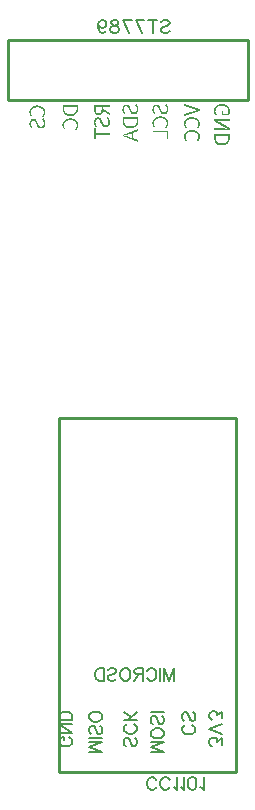
<source format=gbo>
G04 Layer: BottomSilkscreenLayer*
G04 EasyEDA v6.5.40, 2024-04-09 13:00:43*
G04 4b3d86a6f5cb4bb8bf6c6708de4b4b48,df7e7e3c38a3447abd37b529b333d242,10*
G04 Gerber Generator version 0.2*
G04 Scale: 100 percent, Rotated: No, Reflected: No *
G04 Dimensions in millimeters *
G04 leading zeros omitted , absolute positions ,4 integer and 5 decimal *
%FSLAX45Y45*%
%MOMM*%

%ADD10C,0.1524*%
%ADD11C,0.1520*%
%ADD12C,0.2540*%

%LPD*%
G36*
X3159252Y7962646D02*
G01*
X3159252Y7947152D01*
X3268472Y7914182D01*
X3274060Y7912353D01*
X3274060Y7911592D01*
X3159252Y7877302D01*
X3159252Y7862316D01*
X3289300Y7903972D01*
X3289300Y7920736D01*
G37*
G36*
X3224276Y7853680D02*
G01*
X3216605Y7853375D01*
X3209340Y7852562D01*
X3202482Y7851190D01*
X3196031Y7849362D01*
X3190036Y7847025D01*
X3184499Y7844231D01*
X3179368Y7841030D01*
X3174796Y7837373D01*
X3170631Y7833359D01*
X3167024Y7828991D01*
X3163925Y7824317D01*
X3161385Y7819288D01*
X3159353Y7813954D01*
X3157880Y7808417D01*
X3157016Y7802575D01*
X3156712Y7796530D01*
X3157067Y7790789D01*
X3158083Y7785404D01*
X3159607Y7780375D01*
X3161690Y7775752D01*
X3164078Y7771485D01*
X3166770Y7767624D01*
X3169716Y7764221D01*
X3172714Y7761224D01*
X3182366Y7769352D01*
X3177184Y7774736D01*
X3173272Y7780985D01*
X3170783Y7788198D01*
X3169920Y7796275D01*
X3170326Y7802422D01*
X3171596Y7808214D01*
X3173679Y7813598D01*
X3176473Y7818475D01*
X3180080Y7822946D01*
X3184347Y7826908D01*
X3189376Y7830312D01*
X3195015Y7833156D01*
X3201314Y7835442D01*
X3208223Y7837068D01*
X3215741Y7838084D01*
X3223768Y7838440D01*
X3231946Y7838135D01*
X3239566Y7837119D01*
X3246577Y7835544D01*
X3253028Y7833359D01*
X3258769Y7830566D01*
X3263849Y7827213D01*
X3268268Y7823352D01*
X3271926Y7818983D01*
X3274822Y7814106D01*
X3276904Y7808772D01*
X3278174Y7802981D01*
X3278632Y7796784D01*
X3277666Y7787944D01*
X3274771Y7779969D01*
X3270046Y7772755D01*
X3263646Y7766050D01*
X3273044Y7757922D01*
X3277209Y7761833D01*
X3280867Y7766050D01*
X3284067Y7770520D01*
X3286709Y7775244D01*
X3288792Y7780324D01*
X3290315Y7785709D01*
X3291281Y7791450D01*
X3291586Y7797546D01*
X3291281Y7803489D01*
X3290417Y7809230D01*
X3288995Y7814716D01*
X3287014Y7819948D01*
X3284474Y7824876D01*
X3281426Y7829499D01*
X3277819Y7833766D01*
X3273755Y7837728D01*
X3269183Y7841284D01*
X3264103Y7844434D01*
X3258565Y7847177D01*
X3252571Y7849463D01*
X3246120Y7851241D01*
X3239262Y7852613D01*
X3231997Y7853425D01*
G37*
G36*
X3224276Y7746238D02*
G01*
X3216605Y7745984D01*
X3209340Y7745120D01*
X3202482Y7743799D01*
X3196031Y7741970D01*
X3190036Y7739634D01*
X3184499Y7736840D01*
X3179368Y7733639D01*
X3174796Y7730032D01*
X3170631Y7726070D01*
X3167024Y7721701D01*
X3163925Y7716977D01*
X3161385Y7711948D01*
X3159353Y7706614D01*
X3157880Y7701025D01*
X3157016Y7695184D01*
X3156712Y7689088D01*
X3157067Y7683347D01*
X3158083Y7677962D01*
X3159607Y7672933D01*
X3161690Y7668310D01*
X3164078Y7664043D01*
X3166770Y7660182D01*
X3169716Y7656779D01*
X3172714Y7653781D01*
X3182366Y7661909D01*
X3177184Y7667345D01*
X3173272Y7673644D01*
X3170783Y7680858D01*
X3169920Y7688834D01*
X3170326Y7694980D01*
X3171596Y7700772D01*
X3173679Y7706156D01*
X3176473Y7711033D01*
X3180080Y7715503D01*
X3184347Y7719415D01*
X3189376Y7722870D01*
X3195015Y7725714D01*
X3201314Y7728000D01*
X3208223Y7729626D01*
X3215741Y7730642D01*
X3223768Y7730998D01*
X3231946Y7730693D01*
X3239566Y7729677D01*
X3246577Y7728102D01*
X3253028Y7725918D01*
X3258769Y7723124D01*
X3263849Y7719771D01*
X3268268Y7715910D01*
X3271926Y7711541D01*
X3274822Y7706664D01*
X3276904Y7701330D01*
X3278174Y7695539D01*
X3278632Y7689342D01*
X3277666Y7680502D01*
X3274771Y7672527D01*
X3270046Y7665313D01*
X3263646Y7658608D01*
X3273044Y7650480D01*
X3277209Y7654391D01*
X3280867Y7658608D01*
X3284067Y7663078D01*
X3286709Y7667802D01*
X3288792Y7672882D01*
X3290315Y7678267D01*
X3291281Y7684008D01*
X3291586Y7690103D01*
X3291281Y7696047D01*
X3290417Y7701788D01*
X3288995Y7707274D01*
X3287014Y7712506D01*
X3284474Y7717434D01*
X3281426Y7722057D01*
X3277819Y7726324D01*
X3273755Y7730286D01*
X3269183Y7733842D01*
X3264103Y7736992D01*
X3258565Y7739735D01*
X3252571Y7742021D01*
X3246120Y7743799D01*
X3239262Y7745171D01*
X3231997Y7745984D01*
G37*
G36*
X3478276Y7965186D02*
G01*
X3470605Y7964881D01*
X3463340Y7964068D01*
X3456482Y7962646D01*
X3450031Y7960766D01*
X3444036Y7958378D01*
X3438499Y7955483D01*
X3433368Y7952181D01*
X3428796Y7948472D01*
X3424631Y7944307D01*
X3421024Y7939786D01*
X3417925Y7934909D01*
X3415385Y7929727D01*
X3413353Y7924190D01*
X3411880Y7918399D01*
X3411016Y7912303D01*
X3410712Y7906003D01*
X3411067Y7899603D01*
X3412134Y7893761D01*
X3413760Y7888376D01*
X3415842Y7883550D01*
X3418281Y7879181D01*
X3420973Y7875320D01*
X3423818Y7871917D01*
X3426714Y7868920D01*
X3436365Y7877048D01*
X3431438Y7882432D01*
X3427476Y7888833D01*
X3424885Y7896504D01*
X3423920Y7905750D01*
X3424326Y7912252D01*
X3425596Y7918348D01*
X3427679Y7924038D01*
X3430473Y7929168D01*
X3434079Y7933842D01*
X3438347Y7937957D01*
X3443376Y7941513D01*
X3449015Y7944459D01*
X3455314Y7946847D01*
X3462223Y7948523D01*
X3469741Y7949590D01*
X3477768Y7949946D01*
X3485946Y7949590D01*
X3493566Y7948625D01*
X3500577Y7946999D01*
X3507028Y7944764D01*
X3512769Y7941868D01*
X3517849Y7938414D01*
X3522268Y7934350D01*
X3525926Y7929727D01*
X3528822Y7924546D01*
X3530904Y7918805D01*
X3532174Y7912557D01*
X3532632Y7905750D01*
X3532073Y7898485D01*
X3530447Y7891729D01*
X3527907Y7885836D01*
X3524504Y7881112D01*
X3488944Y7881112D01*
X3488944Y7909306D01*
X3476751Y7909306D01*
X3476751Y7867396D01*
X3530600Y7867396D01*
X3533800Y7870799D01*
X3536696Y7874711D01*
X3539236Y7879080D01*
X3541420Y7883855D01*
X3543198Y7889087D01*
X3544519Y7894726D01*
X3545332Y7900720D01*
X3545586Y7907020D01*
X3545281Y7913268D01*
X3544417Y7919313D01*
X3542995Y7925003D01*
X3541014Y7930489D01*
X3538474Y7935569D01*
X3535426Y7940395D01*
X3531819Y7944815D01*
X3527755Y7948879D01*
X3523183Y7952536D01*
X3518103Y7955737D01*
X3512565Y7958531D01*
X3506571Y7960868D01*
X3500120Y7962747D01*
X3493262Y7964068D01*
X3485997Y7964931D01*
G37*
G36*
X3413251Y7835900D02*
G01*
X3413251Y7820659D01*
X3497326Y7771384D01*
X3523996Y7757414D01*
X3523996Y7756652D01*
X3493668Y7758277D01*
X3483610Y7758430D01*
X3413251Y7758430D01*
X3413251Y7744459D01*
X3543300Y7744459D01*
X3543300Y7759700D01*
X3458972Y7808722D01*
X3432301Y7822946D01*
X3432301Y7823708D01*
X3456889Y7822285D01*
X3466896Y7821980D01*
X3543300Y7821930D01*
X3543300Y7835900D01*
G37*
G36*
X3413251Y7708138D02*
G01*
X3413251Y7693406D01*
X3531108Y7693406D01*
X3531108Y7677403D01*
X3530854Y7671663D01*
X3530193Y7666329D01*
X3529025Y7661351D01*
X3527450Y7656779D01*
X3525418Y7652562D01*
X3522979Y7648702D01*
X3520135Y7645196D01*
X3516934Y7642098D01*
X3513277Y7639354D01*
X3509264Y7636967D01*
X3504895Y7634986D01*
X3500120Y7633309D01*
X3495040Y7632039D01*
X3489604Y7631125D01*
X3483864Y7630617D01*
X3477768Y7630414D01*
X3471672Y7630617D01*
X3465931Y7631125D01*
X3460546Y7632039D01*
X3455517Y7633309D01*
X3450844Y7634986D01*
X3446526Y7636967D01*
X3442563Y7639354D01*
X3439007Y7642098D01*
X3435807Y7645196D01*
X3433064Y7648702D01*
X3430676Y7652562D01*
X3428746Y7656779D01*
X3427171Y7661351D01*
X3426104Y7666329D01*
X3425393Y7671663D01*
X3425190Y7677403D01*
X3425190Y7693406D01*
X3413251Y7693406D01*
X3413251Y7676134D01*
X3413506Y7668869D01*
X3414369Y7662062D01*
X3415690Y7655712D01*
X3417570Y7649819D01*
X3419957Y7644384D01*
X3422904Y7639405D01*
X3426307Y7634884D01*
X3430168Y7630820D01*
X3434537Y7627213D01*
X3439363Y7624114D01*
X3444697Y7621473D01*
X3450437Y7619288D01*
X3456635Y7617612D01*
X3463239Y7616393D01*
X3470300Y7615681D01*
X3477768Y7615428D01*
X3485235Y7615681D01*
X3492347Y7616393D01*
X3499002Y7617612D01*
X3505250Y7619288D01*
X3511092Y7621473D01*
X3516477Y7624114D01*
X3521405Y7627213D01*
X3525875Y7630769D01*
X3529837Y7634782D01*
X3533343Y7639253D01*
X3536340Y7644231D01*
X3538829Y7649616D01*
X3540760Y7655458D01*
X3542182Y7661757D01*
X3542995Y7668463D01*
X3543300Y7675625D01*
X3543300Y7708138D01*
G37*
G36*
X3005582Y7966964D02*
G01*
X2995422Y7958074D01*
X2999028Y7954365D01*
X3002280Y7950403D01*
X3005124Y7946136D01*
X3007461Y7941614D01*
X3009392Y7936890D01*
X3010763Y7932013D01*
X3011627Y7926933D01*
X3011932Y7921752D01*
X3011525Y7915402D01*
X3010306Y7909763D01*
X3008325Y7904835D01*
X3005734Y7900720D01*
X3002432Y7897418D01*
X2998622Y7895031D01*
X2994355Y7893558D01*
X2989580Y7893050D01*
X2984703Y7893507D01*
X2980588Y7894777D01*
X2977184Y7896859D01*
X2974289Y7899552D01*
X2971800Y7902854D01*
X2969564Y7906664D01*
X2965450Y7915402D01*
X2954985Y7938770D01*
X2952445Y7943342D01*
X2949397Y7947812D01*
X2945790Y7951876D01*
X2941523Y7955381D01*
X2936544Y7958175D01*
X2930702Y7959953D01*
X2924048Y7960614D01*
X2919222Y7960258D01*
X2914650Y7959242D01*
X2910382Y7957616D01*
X2906420Y7955330D01*
X2902813Y7952536D01*
X2899613Y7949234D01*
X2896819Y7945424D01*
X2894431Y7941157D01*
X2892552Y7936484D01*
X2891180Y7931505D01*
X2890316Y7926120D01*
X2890012Y7920481D01*
X2890316Y7914690D01*
X2891180Y7909153D01*
X2892602Y7903921D01*
X2894482Y7898993D01*
X2896819Y7894370D01*
X2899562Y7890103D01*
X2902610Y7886192D01*
X2906014Y7882636D01*
X2915666Y7890509D01*
X2910484Y7896758D01*
X2906572Y7903768D01*
X2904083Y7911642D01*
X2903220Y7920481D01*
X2903575Y7925917D01*
X2904591Y7930845D01*
X2906268Y7935112D01*
X2908554Y7938770D01*
X2911398Y7941665D01*
X2914802Y7943850D01*
X2918663Y7945170D01*
X2923032Y7945628D01*
X2931617Y7943646D01*
X2937764Y7938566D01*
X2942183Y7931607D01*
X2945638Y7924038D01*
X2953512Y7905242D01*
X2956102Y7899755D01*
X2959049Y7894675D01*
X2962351Y7890052D01*
X2966161Y7886039D01*
X2970631Y7882686D01*
X2975762Y7880197D01*
X2981706Y7878622D01*
X2988564Y7878064D01*
X2993542Y7878419D01*
X2998317Y7879435D01*
X3002788Y7881162D01*
X3007004Y7883448D01*
X3010865Y7886395D01*
X3014370Y7889951D01*
X3017418Y7894015D01*
X3020009Y7898638D01*
X3022092Y7903768D01*
X3023616Y7909407D01*
X3024581Y7915503D01*
X3024886Y7922006D01*
X3024530Y7928711D01*
X3023565Y7935163D01*
X3021939Y7941309D01*
X3019704Y7947152D01*
X3016961Y7952638D01*
X3013659Y7957820D01*
X3009849Y7962595D01*
G37*
G36*
X2957576Y7859775D02*
G01*
X2949905Y7859522D01*
X2942640Y7858658D01*
X2935782Y7857337D01*
X2929331Y7855508D01*
X2923336Y7853172D01*
X2917799Y7850428D01*
X2912668Y7847228D01*
X2908096Y7843621D01*
X2903931Y7839608D01*
X2900324Y7835290D01*
X2897225Y7830616D01*
X2894685Y7825587D01*
X2892653Y7820304D01*
X2891180Y7814716D01*
X2890316Y7808925D01*
X2890012Y7802880D01*
X2890367Y7797088D01*
X2891383Y7791653D01*
X2892907Y7786624D01*
X2894990Y7781950D01*
X2897378Y7777683D01*
X2900070Y7773822D01*
X2903016Y7770368D01*
X2906014Y7767320D01*
X2915666Y7775448D01*
X2910484Y7780985D01*
X2906572Y7787335D01*
X2904083Y7794498D01*
X2903220Y7802625D01*
X2903626Y7808772D01*
X2904896Y7814564D01*
X2906979Y7819948D01*
X2909773Y7824825D01*
X2913380Y7829296D01*
X2917647Y7833258D01*
X2922676Y7836662D01*
X2928315Y7839506D01*
X2934614Y7841792D01*
X2941523Y7843418D01*
X2949041Y7844434D01*
X2957068Y7844790D01*
X2965246Y7844485D01*
X2972866Y7843469D01*
X2979877Y7841894D01*
X2986328Y7839709D01*
X2992069Y7836916D01*
X2997149Y7833563D01*
X3001568Y7829702D01*
X3005226Y7825333D01*
X3008122Y7820456D01*
X3010204Y7815122D01*
X3011474Y7809331D01*
X3011932Y7803134D01*
X3010966Y7794193D01*
X3008071Y7786268D01*
X3003346Y7779054D01*
X2996946Y7772400D01*
X3006344Y7764272D01*
X3010509Y7768183D01*
X3014167Y7772349D01*
X3017367Y7776768D01*
X3020009Y7781493D01*
X3022092Y7786573D01*
X3023616Y7791958D01*
X3024581Y7797749D01*
X3024886Y7803896D01*
X3024581Y7809839D01*
X3023717Y7815580D01*
X3022295Y7821015D01*
X3020314Y7826248D01*
X3017774Y7831175D01*
X3014726Y7835747D01*
X3011119Y7840014D01*
X3007055Y7843926D01*
X3002483Y7847482D01*
X2997403Y7850581D01*
X2991866Y7853324D01*
X2985871Y7855559D01*
X2979420Y7857388D01*
X2972562Y7858709D01*
X2965297Y7859522D01*
G37*
G36*
X2892552Y7739380D02*
G01*
X2892552Y7724648D01*
X3010154Y7724648D01*
X3010154Y7667244D01*
X3022600Y7667244D01*
X3022600Y7739380D01*
G37*
G36*
X2751582Y7966964D02*
G01*
X2741422Y7958074D01*
X2745028Y7954365D01*
X2748280Y7950403D01*
X2751124Y7946136D01*
X2753461Y7941614D01*
X2755392Y7936890D01*
X2756763Y7932013D01*
X2757627Y7926933D01*
X2757932Y7921752D01*
X2757525Y7915402D01*
X2756306Y7909763D01*
X2754325Y7904835D01*
X2751734Y7900720D01*
X2748432Y7897418D01*
X2744622Y7895031D01*
X2740355Y7893558D01*
X2735580Y7893050D01*
X2730703Y7893507D01*
X2726588Y7894777D01*
X2723184Y7896859D01*
X2720289Y7899552D01*
X2717800Y7902854D01*
X2715564Y7906664D01*
X2711450Y7915402D01*
X2700985Y7938770D01*
X2698445Y7943342D01*
X2695397Y7947812D01*
X2691790Y7951876D01*
X2687523Y7955381D01*
X2682544Y7958175D01*
X2676702Y7959953D01*
X2670048Y7960614D01*
X2665222Y7960258D01*
X2660650Y7959242D01*
X2656382Y7957616D01*
X2652420Y7955330D01*
X2648813Y7952536D01*
X2645613Y7949234D01*
X2642819Y7945424D01*
X2640431Y7941157D01*
X2638552Y7936484D01*
X2637180Y7931505D01*
X2636316Y7926120D01*
X2636012Y7920481D01*
X2636316Y7914690D01*
X2637180Y7909153D01*
X2638602Y7903921D01*
X2640482Y7898993D01*
X2642819Y7894370D01*
X2645562Y7890103D01*
X2648610Y7886192D01*
X2652014Y7882636D01*
X2661666Y7890509D01*
X2656484Y7896758D01*
X2652572Y7903768D01*
X2650083Y7911642D01*
X2649220Y7920481D01*
X2649575Y7925917D01*
X2650591Y7930845D01*
X2652268Y7935112D01*
X2654554Y7938770D01*
X2657398Y7941665D01*
X2660802Y7943850D01*
X2664663Y7945170D01*
X2669032Y7945628D01*
X2677617Y7943646D01*
X2683764Y7938566D01*
X2688183Y7931607D01*
X2691638Y7924038D01*
X2699512Y7905242D01*
X2702102Y7899755D01*
X2705049Y7894675D01*
X2708351Y7890052D01*
X2712161Y7886039D01*
X2716631Y7882686D01*
X2721762Y7880197D01*
X2727706Y7878622D01*
X2734564Y7878064D01*
X2739542Y7878419D01*
X2744317Y7879435D01*
X2748788Y7881162D01*
X2753004Y7883448D01*
X2756865Y7886395D01*
X2760370Y7889951D01*
X2763418Y7894015D01*
X2766009Y7898638D01*
X2768092Y7903768D01*
X2769616Y7909407D01*
X2770581Y7915503D01*
X2770886Y7922006D01*
X2770530Y7928711D01*
X2769565Y7935163D01*
X2767939Y7941309D01*
X2765704Y7947152D01*
X2762961Y7952638D01*
X2759659Y7957820D01*
X2755849Y7962595D01*
G37*
G36*
X2638552Y7852156D02*
G01*
X2638552Y7837424D01*
X2756408Y7837424D01*
X2756408Y7821422D01*
X2756154Y7815681D01*
X2755493Y7810347D01*
X2754325Y7805369D01*
X2752750Y7800797D01*
X2750718Y7796580D01*
X2748280Y7792720D01*
X2745435Y7789214D01*
X2742234Y7786116D01*
X2738577Y7783372D01*
X2734564Y7780985D01*
X2730195Y7779003D01*
X2725420Y7777327D01*
X2720340Y7776057D01*
X2714904Y7775143D01*
X2709164Y7774635D01*
X2703068Y7774431D01*
X2696972Y7774635D01*
X2691231Y7775143D01*
X2685846Y7776057D01*
X2680817Y7777327D01*
X2676144Y7779003D01*
X2671826Y7780985D01*
X2667863Y7783372D01*
X2664307Y7786116D01*
X2661107Y7789214D01*
X2658364Y7792720D01*
X2655976Y7796580D01*
X2654046Y7800797D01*
X2652471Y7805369D01*
X2651404Y7810347D01*
X2650693Y7815681D01*
X2650490Y7821422D01*
X2650490Y7837424D01*
X2638552Y7837424D01*
X2638552Y7820152D01*
X2638806Y7812887D01*
X2639669Y7806080D01*
X2640990Y7799730D01*
X2642870Y7793837D01*
X2645257Y7788402D01*
X2648204Y7783423D01*
X2651607Y7778902D01*
X2655468Y7774838D01*
X2659837Y7771231D01*
X2664663Y7768132D01*
X2669997Y7765491D01*
X2675737Y7763306D01*
X2681935Y7761630D01*
X2688539Y7760411D01*
X2695600Y7759700D01*
X2703068Y7759446D01*
X2710535Y7759700D01*
X2717647Y7760411D01*
X2724302Y7761630D01*
X2730550Y7763306D01*
X2736392Y7765491D01*
X2741777Y7768132D01*
X2746705Y7771231D01*
X2751175Y7774787D01*
X2755138Y7778800D01*
X2758643Y7783271D01*
X2761640Y7788249D01*
X2764129Y7793634D01*
X2766060Y7799476D01*
X2767482Y7805775D01*
X2768295Y7812481D01*
X2768600Y7819644D01*
X2768600Y7852156D01*
G37*
G36*
X2768600Y7750048D02*
G01*
X2638552Y7705598D01*
X2638552Y7697470D01*
X2650744Y7697470D01*
X2650744Y7697978D01*
X2672994Y7704531D01*
X2716022Y7718044D01*
X2716022Y7677150D01*
X2694686Y7683753D01*
X2672892Y7690815D01*
X2650744Y7697470D01*
X2638552Y7697470D01*
X2638552Y7689342D01*
X2768600Y7644638D01*
X2768600Y7660386D01*
X2727452Y7673340D01*
X2727452Y7721853D01*
X2768600Y7735316D01*
G37*
G36*
X2397252Y7957566D02*
G01*
X2397252Y7942580D01*
X2458974Y7942580D01*
X2458974Y7919974D01*
X2458567Y7912506D01*
X2457399Y7906003D01*
X2455418Y7900416D01*
X2452624Y7895793D01*
X2449017Y7892186D01*
X2444597Y7889595D01*
X2439365Y7887970D01*
X2433320Y7887462D01*
X2427173Y7887970D01*
X2421991Y7889595D01*
X2417775Y7892186D01*
X2414473Y7895793D01*
X2411984Y7900416D01*
X2410256Y7906003D01*
X2409240Y7912506D01*
X2408936Y7919974D01*
X2408936Y7942580D01*
X2397252Y7942580D01*
X2397252Y7917688D01*
X2397455Y7911236D01*
X2398064Y7905191D01*
X2399131Y7899501D01*
X2400655Y7894269D01*
X2402738Y7889544D01*
X2405278Y7885277D01*
X2408428Y7881620D01*
X2412136Y7878521D01*
X2416454Y7876031D01*
X2421382Y7874203D01*
X2427020Y7873085D01*
X2433320Y7872730D01*
X2440533Y7873288D01*
X2446985Y7874863D01*
X2452674Y7877454D01*
X2457602Y7881010D01*
X2461717Y7885379D01*
X2465120Y7890509D01*
X2467762Y7896402D01*
X2469642Y7902956D01*
X2527300Y7869174D01*
X2527300Y7885938D01*
X2471166Y7918450D01*
X2471166Y7942580D01*
X2527300Y7942580D01*
X2527300Y7957566D01*
G37*
G36*
X2510282Y7858252D02*
G01*
X2500122Y7849362D01*
X2503728Y7845653D01*
X2506980Y7841640D01*
X2509824Y7837322D01*
X2512161Y7832801D01*
X2514092Y7828025D01*
X2515463Y7823098D01*
X2516327Y7817967D01*
X2516632Y7812786D01*
X2516225Y7806436D01*
X2515006Y7800848D01*
X2513025Y7795971D01*
X2510434Y7791907D01*
X2507132Y7788656D01*
X2503322Y7786268D01*
X2499055Y7784846D01*
X2494280Y7784338D01*
X2489403Y7784795D01*
X2485288Y7786065D01*
X2481884Y7788046D01*
X2478989Y7790738D01*
X2476500Y7793990D01*
X2474264Y7797749D01*
X2470150Y7806436D01*
X2459685Y7830058D01*
X2457145Y7834630D01*
X2454097Y7839100D01*
X2450490Y7843164D01*
X2446223Y7846669D01*
X2441244Y7849463D01*
X2435402Y7851241D01*
X2428748Y7851902D01*
X2423922Y7851546D01*
X2419350Y7850530D01*
X2415082Y7848904D01*
X2411120Y7846618D01*
X2407513Y7843824D01*
X2404313Y7840522D01*
X2401519Y7836712D01*
X2399131Y7832445D01*
X2397252Y7827772D01*
X2395880Y7822793D01*
X2395016Y7817408D01*
X2394712Y7811770D01*
X2395016Y7805978D01*
X2395880Y7800441D01*
X2397302Y7795158D01*
X2399182Y7790129D01*
X2401519Y7785455D01*
X2404262Y7781137D01*
X2407310Y7777225D01*
X2410714Y7773670D01*
X2420366Y7781544D01*
X2415184Y7787944D01*
X2411272Y7795056D01*
X2408783Y7802930D01*
X2407920Y7811770D01*
X2408275Y7817154D01*
X2409291Y7822031D01*
X2410968Y7826298D01*
X2413254Y7829956D01*
X2416098Y7832902D01*
X2419502Y7835087D01*
X2423363Y7836458D01*
X2427732Y7836916D01*
X2436317Y7834934D01*
X2442464Y7829854D01*
X2446883Y7822895D01*
X2450338Y7815325D01*
X2458212Y7796275D01*
X2460802Y7790891D01*
X2463749Y7785862D01*
X2467051Y7781290D01*
X2470861Y7777276D01*
X2475331Y7773974D01*
X2480462Y7771485D01*
X2486406Y7769910D01*
X2493264Y7769352D01*
X2498242Y7769707D01*
X2503017Y7770723D01*
X2507488Y7772450D01*
X2511704Y7774736D01*
X2515565Y7777683D01*
X2519070Y7781188D01*
X2522118Y7785252D01*
X2524709Y7789875D01*
X2526792Y7794955D01*
X2528316Y7800543D01*
X2529281Y7806588D01*
X2529586Y7813040D01*
X2529230Y7819847D01*
X2528265Y7826349D01*
X2526639Y7832547D01*
X2524404Y7838389D01*
X2521661Y7843926D01*
X2518359Y7849057D01*
X2514549Y7853883D01*
G37*
G36*
X2397252Y7759700D02*
G01*
X2397252Y7665466D01*
X2409698Y7665466D01*
X2409698Y7705090D01*
X2527300Y7705090D01*
X2527300Y7720075D01*
X2409698Y7720075D01*
X2409698Y7759700D01*
G37*
G36*
X2130552Y7957566D02*
G01*
X2130552Y7942580D01*
X2248408Y7942580D01*
X2248408Y7926578D01*
X2248154Y7920837D01*
X2247493Y7915503D01*
X2246325Y7910575D01*
X2244750Y7906003D01*
X2242718Y7901787D01*
X2240280Y7897926D01*
X2237435Y7894472D01*
X2234234Y7891373D01*
X2230577Y7888681D01*
X2226564Y7886344D01*
X2222195Y7884363D01*
X2217420Y7882737D01*
X2212340Y7881467D01*
X2206904Y7880553D01*
X2201164Y7880045D01*
X2195068Y7879842D01*
X2188972Y7880045D01*
X2183231Y7880553D01*
X2177846Y7881467D01*
X2172817Y7882737D01*
X2168144Y7884363D01*
X2163826Y7886344D01*
X2159863Y7888681D01*
X2156307Y7891373D01*
X2153107Y7894472D01*
X2150364Y7897926D01*
X2147976Y7901787D01*
X2146046Y7906003D01*
X2144471Y7910575D01*
X2143404Y7915503D01*
X2142693Y7920837D01*
X2142490Y7926578D01*
X2142490Y7942580D01*
X2130552Y7942580D01*
X2130552Y7925562D01*
X2130806Y7918246D01*
X2131669Y7911439D01*
X2132990Y7905038D01*
X2134870Y7899095D01*
X2137257Y7893659D01*
X2140204Y7888630D01*
X2143607Y7884109D01*
X2147468Y7880045D01*
X2151837Y7876438D01*
X2156663Y7873288D01*
X2161997Y7870647D01*
X2167737Y7868462D01*
X2173935Y7866786D01*
X2180539Y7865567D01*
X2187600Y7864856D01*
X2195068Y7864602D01*
X2202535Y7864856D01*
X2209647Y7865567D01*
X2216302Y7866786D01*
X2222550Y7868462D01*
X2228392Y7870647D01*
X2233777Y7873288D01*
X2238705Y7876387D01*
X2243175Y7879994D01*
X2247138Y7884007D01*
X2250643Y7888528D01*
X2253640Y7893456D01*
X2256129Y7898892D01*
X2258060Y7904784D01*
X2259482Y7911084D01*
X2260295Y7917840D01*
X2260600Y7925053D01*
X2260600Y7957566D01*
G37*
G36*
X2195576Y7843774D02*
G01*
X2187905Y7843469D01*
X2180640Y7842656D01*
X2173782Y7841284D01*
X2167331Y7839456D01*
X2161336Y7837119D01*
X2155799Y7834325D01*
X2150668Y7831124D01*
X2146096Y7827467D01*
X2141931Y7823453D01*
X2138324Y7819085D01*
X2135225Y7814411D01*
X2132685Y7809382D01*
X2130653Y7804048D01*
X2129180Y7798511D01*
X2128316Y7792669D01*
X2128012Y7786624D01*
X2128367Y7780883D01*
X2129383Y7775498D01*
X2130907Y7770469D01*
X2132990Y7765846D01*
X2135378Y7761579D01*
X2138070Y7757718D01*
X2141016Y7754315D01*
X2144014Y7751318D01*
X2153666Y7759446D01*
X2148484Y7764830D01*
X2144572Y7771079D01*
X2142083Y7778292D01*
X2141220Y7786370D01*
X2141626Y7792516D01*
X2142896Y7798308D01*
X2144979Y7803692D01*
X2147773Y7808569D01*
X2151380Y7813040D01*
X2155647Y7817002D01*
X2160676Y7820406D01*
X2166315Y7823250D01*
X2172614Y7825536D01*
X2179523Y7827162D01*
X2187041Y7828178D01*
X2195068Y7828534D01*
X2203246Y7828229D01*
X2210866Y7827213D01*
X2217877Y7825638D01*
X2224328Y7823453D01*
X2230069Y7820659D01*
X2235149Y7817307D01*
X2239568Y7813446D01*
X2243226Y7809077D01*
X2246122Y7804200D01*
X2248204Y7798866D01*
X2249474Y7793075D01*
X2249932Y7786878D01*
X2248966Y7778038D01*
X2246071Y7770063D01*
X2241346Y7762849D01*
X2234946Y7756144D01*
X2244344Y7748016D01*
X2248509Y7751927D01*
X2252167Y7756144D01*
X2255367Y7760614D01*
X2258009Y7765338D01*
X2260092Y7770418D01*
X2261616Y7775803D01*
X2262581Y7781544D01*
X2262886Y7787640D01*
X2262581Y7793583D01*
X2261717Y7799324D01*
X2260295Y7804810D01*
X2258314Y7810042D01*
X2255774Y7814970D01*
X2252726Y7819593D01*
X2249119Y7823860D01*
X2245055Y7827822D01*
X2240483Y7831378D01*
X2235403Y7834528D01*
X2229866Y7837271D01*
X2223871Y7839557D01*
X2217420Y7841335D01*
X2210562Y7842707D01*
X2203297Y7843520D01*
G37*
G36*
X1916175Y7952486D02*
G01*
X1908505Y7952231D01*
X1901240Y7951368D01*
X1894382Y7950047D01*
X1887931Y7948218D01*
X1881936Y7945881D01*
X1876399Y7943088D01*
X1871268Y7939887D01*
X1866696Y7936280D01*
X1862531Y7932318D01*
X1858924Y7927949D01*
X1855825Y7923225D01*
X1853285Y7918196D01*
X1851253Y7912862D01*
X1849780Y7907274D01*
X1848916Y7901431D01*
X1848612Y7895336D01*
X1848967Y7889595D01*
X1849983Y7884210D01*
X1851507Y7879181D01*
X1853539Y7874558D01*
X1855978Y7870291D01*
X1858670Y7866430D01*
X1861616Y7863027D01*
X1864614Y7860030D01*
X1874266Y7868158D01*
X1869084Y7873593D01*
X1865172Y7879892D01*
X1862683Y7887106D01*
X1861820Y7895081D01*
X1862226Y7901228D01*
X1863496Y7907020D01*
X1865579Y7912404D01*
X1868373Y7917281D01*
X1871980Y7921752D01*
X1876247Y7925663D01*
X1881276Y7929118D01*
X1886915Y7931962D01*
X1893214Y7934248D01*
X1900123Y7935874D01*
X1907641Y7936890D01*
X1915668Y7937246D01*
X1923846Y7936941D01*
X1931466Y7935925D01*
X1938477Y7934350D01*
X1944928Y7932166D01*
X1950669Y7929372D01*
X1955749Y7926019D01*
X1960168Y7922158D01*
X1963826Y7917789D01*
X1966722Y7912912D01*
X1968804Y7907578D01*
X1970074Y7901787D01*
X1970532Y7895590D01*
X1969566Y7886750D01*
X1966671Y7878775D01*
X1961946Y7871561D01*
X1955546Y7864856D01*
X1964943Y7856728D01*
X1969109Y7860639D01*
X1972767Y7864856D01*
X1975967Y7869326D01*
X1978609Y7874050D01*
X1980692Y7879130D01*
X1982216Y7884515D01*
X1983181Y7890256D01*
X1983486Y7896352D01*
X1983181Y7902295D01*
X1982317Y7908036D01*
X1980895Y7913522D01*
X1978914Y7918754D01*
X1976374Y7923682D01*
X1973325Y7928305D01*
X1969719Y7932572D01*
X1965655Y7936534D01*
X1961083Y7940090D01*
X1956003Y7943240D01*
X1950466Y7945983D01*
X1944471Y7948269D01*
X1938020Y7950047D01*
X1931162Y7951419D01*
X1923897Y7952231D01*
G37*
G36*
X1964182Y7846314D02*
G01*
X1954022Y7837424D01*
X1957628Y7833715D01*
X1960880Y7829702D01*
X1963724Y7825384D01*
X1966061Y7820863D01*
X1967992Y7816088D01*
X1969363Y7811109D01*
X1970227Y7806029D01*
X1970532Y7800848D01*
X1970125Y7794498D01*
X1968906Y7788909D01*
X1966925Y7784033D01*
X1964334Y7779969D01*
X1961032Y7776718D01*
X1957222Y7774330D01*
X1952955Y7772908D01*
X1948180Y7772400D01*
X1943303Y7772857D01*
X1939188Y7774127D01*
X1935784Y7776108D01*
X1932889Y7778800D01*
X1930400Y7782052D01*
X1928164Y7785811D01*
X1924050Y7794498D01*
X1913585Y7817916D01*
X1911045Y7822590D01*
X1907997Y7827111D01*
X1904390Y7831226D01*
X1900123Y7834731D01*
X1895144Y7837525D01*
X1889302Y7839303D01*
X1882648Y7839964D01*
X1877822Y7839608D01*
X1873250Y7838592D01*
X1868982Y7836916D01*
X1865020Y7834630D01*
X1861413Y7831785D01*
X1858213Y7828432D01*
X1855419Y7824622D01*
X1853031Y7820304D01*
X1851152Y7815630D01*
X1849780Y7810601D01*
X1848916Y7805216D01*
X1848612Y7799578D01*
X1848916Y7793888D01*
X1849780Y7788402D01*
X1851202Y7783118D01*
X1853082Y7778191D01*
X1855419Y7773517D01*
X1858162Y7769199D01*
X1861210Y7765288D01*
X1864614Y7761731D01*
X1874266Y7769606D01*
X1869084Y7775956D01*
X1865172Y7782966D01*
X1862683Y7790789D01*
X1861820Y7799578D01*
X1862175Y7805064D01*
X1863191Y7809992D01*
X1864868Y7814309D01*
X1867154Y7818018D01*
X1869998Y7820964D01*
X1873402Y7823149D01*
X1877263Y7824520D01*
X1881632Y7824978D01*
X1890217Y7822996D01*
X1896364Y7817866D01*
X1900783Y7810855D01*
X1904238Y7803134D01*
X1912112Y7784338D01*
X1914702Y7778902D01*
X1917649Y7773822D01*
X1920951Y7769250D01*
X1924761Y7765237D01*
X1929231Y7761986D01*
X1934362Y7759496D01*
X1940306Y7757972D01*
X1947164Y7757414D01*
X1952142Y7757769D01*
X1956917Y7758785D01*
X1961388Y7760462D01*
X1965604Y7762748D01*
X1969465Y7765643D01*
X1972970Y7769148D01*
X1976018Y7773212D01*
X1978609Y7777784D01*
X1980692Y7782915D01*
X1982216Y7788503D01*
X1983181Y7794599D01*
X1983486Y7801102D01*
X1983130Y7807909D01*
X1982165Y7814411D01*
X1980539Y7820609D01*
X1978304Y7826451D01*
X1975561Y7831988D01*
X1972259Y7837119D01*
X1968449Y7841945D01*
G37*
D10*
X2922732Y2183937D02*
G01*
X2917535Y2173546D01*
X2907144Y2163155D01*
X2896755Y2157961D01*
X2875973Y2157961D01*
X2865582Y2163155D01*
X2855191Y2173546D01*
X2849994Y2183937D01*
X2844800Y2199525D01*
X2844800Y2225502D01*
X2849994Y2241087D01*
X2855191Y2251478D01*
X2865582Y2261870D01*
X2875973Y2267064D01*
X2896755Y2267064D01*
X2907144Y2261870D01*
X2917535Y2251478D01*
X2922732Y2241087D01*
X3034954Y2183937D02*
G01*
X3029757Y2173546D01*
X3019366Y2163155D01*
X3008975Y2157961D01*
X2988195Y2157961D01*
X2977804Y2163155D01*
X2967413Y2173546D01*
X2962216Y2183937D01*
X2957022Y2199525D01*
X2957022Y2225502D01*
X2962216Y2241087D01*
X2967413Y2251478D01*
X2977804Y2261870D01*
X2988195Y2267064D01*
X3008975Y2267064D01*
X3019366Y2261870D01*
X3029757Y2251478D01*
X3034954Y2241087D01*
X3069244Y2178743D02*
G01*
X3079635Y2173546D01*
X3095221Y2157961D01*
X3095221Y2267064D01*
X3129511Y2178743D02*
G01*
X3139902Y2173546D01*
X3155487Y2157961D01*
X3155487Y2267064D01*
X3220951Y2157961D02*
G01*
X3205365Y2163155D01*
X3194974Y2178743D01*
X3189777Y2204720D01*
X3189777Y2220305D01*
X3194974Y2246284D01*
X3205365Y2261870D01*
X3220951Y2267064D01*
X3231342Y2267064D01*
X3246927Y2261870D01*
X3257318Y2246284D01*
X3262515Y2220305D01*
X3262515Y2204720D01*
X3257318Y2178743D01*
X3246927Y2163155D01*
X3231342Y2157961D01*
X3220951Y2157961D01*
X3296805Y2178743D02*
G01*
X3307194Y2173546D01*
X3322782Y2157961D01*
X3322782Y2267064D01*
X2962564Y8659553D02*
G01*
X2972955Y8669944D01*
X2988541Y8675138D01*
X3009323Y8675138D01*
X3024908Y8669944D01*
X3035300Y8659553D01*
X3035300Y8649162D01*
X3030105Y8638771D01*
X3024908Y8633574D01*
X3014517Y8628379D01*
X2983344Y8617988D01*
X2972955Y8612794D01*
X2967758Y8607597D01*
X2962564Y8597206D01*
X2962564Y8581621D01*
X2972955Y8571229D01*
X2988541Y8566035D01*
X3009323Y8566035D01*
X3024908Y8571229D01*
X3035300Y8581621D01*
X2891904Y8675138D02*
G01*
X2891904Y8566035D01*
X2928274Y8675138D02*
G01*
X2855536Y8675138D01*
X2748511Y8675138D02*
G01*
X2800464Y8566035D01*
X2821246Y8675138D02*
G01*
X2748511Y8675138D01*
X2641485Y8675138D02*
G01*
X2693438Y8566035D01*
X2714221Y8675138D02*
G01*
X2641485Y8675138D01*
X2581216Y8675138D02*
G01*
X2596804Y8669944D01*
X2601998Y8659553D01*
X2601998Y8649162D01*
X2596804Y8638771D01*
X2586413Y8633574D01*
X2565631Y8628379D01*
X2550045Y8623185D01*
X2539654Y8612794D01*
X2534457Y8602403D01*
X2534457Y8586815D01*
X2539654Y8576424D01*
X2544848Y8571229D01*
X2560434Y8566035D01*
X2581216Y8566035D01*
X2596804Y8571229D01*
X2601998Y8576424D01*
X2607195Y8586815D01*
X2607195Y8602403D01*
X2601998Y8612794D01*
X2591607Y8623185D01*
X2576022Y8628379D01*
X2555240Y8633574D01*
X2544848Y8638771D01*
X2539654Y8649162D01*
X2539654Y8659553D01*
X2544848Y8669944D01*
X2560434Y8675138D01*
X2581216Y8675138D01*
X2432626Y8638771D02*
G01*
X2437823Y8623185D01*
X2448214Y8612794D01*
X2463800Y8607597D01*
X2468994Y8607597D01*
X2484582Y8612794D01*
X2494973Y8623185D01*
X2500167Y8638771D01*
X2500167Y8643965D01*
X2494973Y8659553D01*
X2484582Y8669944D01*
X2468994Y8675138D01*
X2463800Y8675138D01*
X2448214Y8669944D01*
X2437823Y8659553D01*
X2432626Y8638771D01*
X2432626Y8612794D01*
X2437823Y8586815D01*
X2448214Y8571229D01*
X2463800Y8566035D01*
X2474191Y8566035D01*
X2489776Y8571229D01*
X2494973Y8581621D01*
D11*
X2985515Y2476500D02*
G01*
X2876550Y2476500D01*
X2985515Y2476500D02*
G01*
X2876550Y2518155D01*
X2985515Y2559557D02*
G01*
X2876550Y2518155D01*
X2985515Y2559557D02*
G01*
X2876550Y2559557D01*
X2985515Y2625089D02*
G01*
X2980436Y2614676D01*
X2970022Y2604262D01*
X2959608Y2599181D01*
X2943859Y2593847D01*
X2917952Y2593847D01*
X2902458Y2599181D01*
X2892043Y2604262D01*
X2881629Y2614676D01*
X2876550Y2625089D01*
X2876550Y2645918D01*
X2881629Y2656331D01*
X2892043Y2666745D01*
X2902458Y2671826D01*
X2917952Y2677160D01*
X2943859Y2677160D01*
X2959608Y2671826D01*
X2970022Y2666745D01*
X2980436Y2656331D01*
X2985515Y2645918D01*
X2985515Y2625089D01*
X2970022Y2784094D02*
G01*
X2980436Y2773679D01*
X2985515Y2758186D01*
X2985515Y2737357D01*
X2980436Y2721610D01*
X2970022Y2711450D01*
X2959608Y2711450D01*
X2949193Y2716529D01*
X2943859Y2721610D01*
X2938779Y2732023D01*
X2928365Y2763265D01*
X2923286Y2773679D01*
X2917952Y2778760D01*
X2907538Y2784094D01*
X2892043Y2784094D01*
X2881629Y2773679D01*
X2876550Y2758186D01*
X2876550Y2737357D01*
X2881629Y2721610D01*
X2892043Y2711450D01*
X2985515Y2818384D02*
G01*
X2876550Y2818384D01*
X3226308Y2706878D02*
G01*
X3236722Y2701544D01*
X3247136Y2691129D01*
X3252215Y2680970D01*
X3252215Y2660142D01*
X3247136Y2649728D01*
X3236722Y2639313D01*
X3226308Y2633979D01*
X3210559Y2628900D01*
X3184652Y2628900D01*
X3169158Y2633979D01*
X3158743Y2639313D01*
X3148329Y2649728D01*
X3143250Y2660142D01*
X3143250Y2680970D01*
X3148329Y2691129D01*
X3158743Y2701544D01*
X3169158Y2706878D01*
X3236722Y2813812D02*
G01*
X3247136Y2803397D01*
X3252215Y2787904D01*
X3252215Y2767076D01*
X3247136Y2751581D01*
X3236722Y2741168D01*
X3226308Y2741168D01*
X3215893Y2746247D01*
X3210559Y2751581D01*
X3205479Y2761995D01*
X3195065Y2792984D01*
X3189986Y2803397D01*
X3184652Y2808731D01*
X3174238Y2813812D01*
X3158743Y2813812D01*
X3148329Y2803397D01*
X3143250Y2787904D01*
X3143250Y2767076D01*
X3148329Y2751581D01*
X3158743Y2741168D01*
X3480815Y2537713D02*
G01*
X3480815Y2594863D01*
X3439159Y2563621D01*
X3439159Y2579370D01*
X3434079Y2589529D01*
X3429000Y2594863D01*
X3413252Y2599944D01*
X3402838Y2599944D01*
X3387343Y2594863D01*
X3376929Y2584450D01*
X3371850Y2568955D01*
X3371850Y2553207D01*
X3376929Y2537713D01*
X3382009Y2532379D01*
X3392424Y2527300D01*
X3480815Y2634234D02*
G01*
X3371850Y2675889D01*
X3480815Y2717545D02*
G01*
X3371850Y2675889D01*
X3480815Y2762250D02*
G01*
X3480815Y2819400D01*
X3439159Y2788157D01*
X3439159Y2803652D01*
X3434079Y2814065D01*
X3429000Y2819400D01*
X3413252Y2824479D01*
X3402838Y2824479D01*
X3387343Y2819400D01*
X3376929Y2808986D01*
X3371850Y2793237D01*
X3371850Y2777744D01*
X3376929Y2762250D01*
X3382009Y2756915D01*
X3392424Y2751836D01*
X2741422Y2599944D02*
G01*
X2751836Y2589529D01*
X2756915Y2574036D01*
X2756915Y2553207D01*
X2751836Y2537713D01*
X2741422Y2527300D01*
X2731008Y2527300D01*
X2720593Y2532379D01*
X2715259Y2537713D01*
X2710179Y2548128D01*
X2699765Y2579370D01*
X2694686Y2589529D01*
X2689352Y2594863D01*
X2678938Y2599944D01*
X2663443Y2599944D01*
X2653029Y2589529D01*
X2647950Y2574036D01*
X2647950Y2553207D01*
X2653029Y2537713D01*
X2663443Y2527300D01*
X2731008Y2712212D02*
G01*
X2741422Y2707131D01*
X2751836Y2696718D01*
X2756915Y2686304D01*
X2756915Y2665476D01*
X2751836Y2655062D01*
X2741422Y2644647D01*
X2731008Y2639568D01*
X2715259Y2634234D01*
X2689352Y2634234D01*
X2673858Y2639568D01*
X2663443Y2644647D01*
X2653029Y2655062D01*
X2647950Y2665476D01*
X2647950Y2686304D01*
X2653029Y2696718D01*
X2663443Y2707131D01*
X2673858Y2712212D01*
X2756915Y2746502D02*
G01*
X2647950Y2746502D01*
X2756915Y2819400D02*
G01*
X2684272Y2746502D01*
X2710179Y2772410D02*
G01*
X2647950Y2819400D01*
X2464815Y2476500D02*
G01*
X2355850Y2476500D01*
X2464815Y2476500D02*
G01*
X2355850Y2518155D01*
X2464815Y2559557D02*
G01*
X2355850Y2518155D01*
X2464815Y2559557D02*
G01*
X2355850Y2559557D01*
X2464815Y2593847D02*
G01*
X2355850Y2593847D01*
X2449322Y2701036D02*
G01*
X2459736Y2690621D01*
X2464815Y2674873D01*
X2464815Y2654300D01*
X2459736Y2638552D01*
X2449322Y2628137D01*
X2438908Y2628137D01*
X2428493Y2633471D01*
X2423159Y2638552D01*
X2418079Y2648965D01*
X2407665Y2680207D01*
X2402586Y2690621D01*
X2397252Y2695702D01*
X2386838Y2701036D01*
X2371343Y2701036D01*
X2360929Y2690621D01*
X2355850Y2674873D01*
X2355850Y2654300D01*
X2360929Y2638552D01*
X2371343Y2628137D01*
X2464815Y2766313D02*
G01*
X2459736Y2755900D01*
X2449322Y2745739D01*
X2438908Y2740405D01*
X2423159Y2735326D01*
X2397252Y2735326D01*
X2381758Y2740405D01*
X2371343Y2745739D01*
X2360929Y2755900D01*
X2355850Y2766313D01*
X2355850Y2787142D01*
X2360929Y2797555D01*
X2371343Y2807970D01*
X2381758Y2813050D01*
X2397252Y2818384D01*
X2423159Y2818384D01*
X2438908Y2813050D01*
X2449322Y2807970D01*
X2459736Y2797555D01*
X2464815Y2787142D01*
X2464815Y2766313D01*
X2184908Y2605278D02*
G01*
X2195322Y2599944D01*
X2205736Y2589529D01*
X2210815Y2579370D01*
X2210815Y2558542D01*
X2205736Y2548128D01*
X2195322Y2537713D01*
X2184908Y2532379D01*
X2169159Y2527300D01*
X2143252Y2527300D01*
X2127758Y2532379D01*
X2117343Y2537713D01*
X2106929Y2548128D01*
X2101850Y2558542D01*
X2101850Y2579370D01*
X2106929Y2589529D01*
X2117343Y2599944D01*
X2127758Y2605278D01*
X2143252Y2605278D01*
X2143252Y2579370D02*
G01*
X2143252Y2605278D01*
X2210815Y2639568D02*
G01*
X2101850Y2639568D01*
X2210815Y2639568D02*
G01*
X2101850Y2712212D01*
X2210815Y2712212D02*
G01*
X2101850Y2712212D01*
X2210815Y2746502D02*
G01*
X2101850Y2746502D01*
X2210815Y2746502D02*
G01*
X2210815Y2782823D01*
X2205736Y2798571D01*
X2195322Y2808986D01*
X2184908Y2814065D01*
X2169159Y2819400D01*
X2143252Y2819400D01*
X2127758Y2814065D01*
X2117343Y2808986D01*
X2106929Y2798571D01*
X2101850Y2782823D01*
X2101850Y2746502D01*
D10*
X3073374Y3188639D02*
G01*
X3073374Y3079673D01*
X3073374Y3188639D02*
G01*
X3031718Y3079673D01*
X2990316Y3188639D02*
G01*
X3031718Y3079673D01*
X2990316Y3188639D02*
G01*
X2990316Y3079673D01*
X2956026Y3188639D02*
G01*
X2956026Y3079673D01*
X2843758Y3162731D02*
G01*
X2848838Y3173145D01*
X2859252Y3183559D01*
X2869666Y3188639D01*
X2890494Y3188639D01*
X2900908Y3183559D01*
X2911322Y3173145D01*
X2916402Y3162731D01*
X2921736Y3147237D01*
X2921736Y3121075D01*
X2916402Y3105581D01*
X2911322Y3095167D01*
X2900908Y3084753D01*
X2890494Y3079673D01*
X2869666Y3079673D01*
X2859252Y3084753D01*
X2848838Y3095167D01*
X2843758Y3105581D01*
X2809468Y3188639D02*
G01*
X2809468Y3079673D01*
X2809468Y3188639D02*
G01*
X2762732Y3188639D01*
X2747238Y3183559D01*
X2741904Y3178225D01*
X2736824Y3168065D01*
X2736824Y3157651D01*
X2741904Y3147237D01*
X2747238Y3141903D01*
X2762732Y3136823D01*
X2809468Y3136823D01*
X2773146Y3136823D02*
G01*
X2736824Y3079673D01*
X2671292Y3188639D02*
G01*
X2681706Y3183559D01*
X2692120Y3173145D01*
X2697200Y3162731D01*
X2702534Y3147237D01*
X2702534Y3121075D01*
X2697200Y3105581D01*
X2692120Y3095167D01*
X2681706Y3084753D01*
X2671292Y3079673D01*
X2650464Y3079673D01*
X2640050Y3084753D01*
X2629636Y3095167D01*
X2624556Y3105581D01*
X2619222Y3121075D01*
X2619222Y3147237D01*
X2624556Y3162731D01*
X2629636Y3173145D01*
X2640050Y3183559D01*
X2650464Y3188639D01*
X2671292Y3188639D01*
X2512288Y3173145D02*
G01*
X2522702Y3183559D01*
X2538196Y3188639D01*
X2559024Y3188639D01*
X2574518Y3183559D01*
X2584932Y3173145D01*
X2584932Y3162731D01*
X2579852Y3152317D01*
X2574518Y3147237D01*
X2564358Y3141903D01*
X2533116Y3131489D01*
X2522702Y3126409D01*
X2517368Y3121075D01*
X2512288Y3110915D01*
X2512288Y3095167D01*
X2522702Y3084753D01*
X2538196Y3079673D01*
X2559024Y3079673D01*
X2574518Y3084753D01*
X2584932Y3095167D01*
X2477998Y3188639D02*
G01*
X2477998Y3079673D01*
X2477998Y3188639D02*
G01*
X2441676Y3188639D01*
X2425928Y3183559D01*
X2415768Y3173145D01*
X2410434Y3162731D01*
X2405354Y3147237D01*
X2405354Y3121075D01*
X2410434Y3105581D01*
X2415768Y3095167D01*
X2425928Y3084753D01*
X2441676Y3079673D01*
X2477998Y3079673D01*
D12*
X2095500Y2310003D02*
G01*
X3594100Y2310003D01*
X3594100Y5309996D01*
X2095500Y5309996D01*
X2095500Y2310003D01*
X1663700Y8509000D02*
G01*
X1663700Y8001000D01*
X3695700Y8001000D01*
X3695700Y8509000D01*
X1663700Y8509000D01*
M02*

</source>
